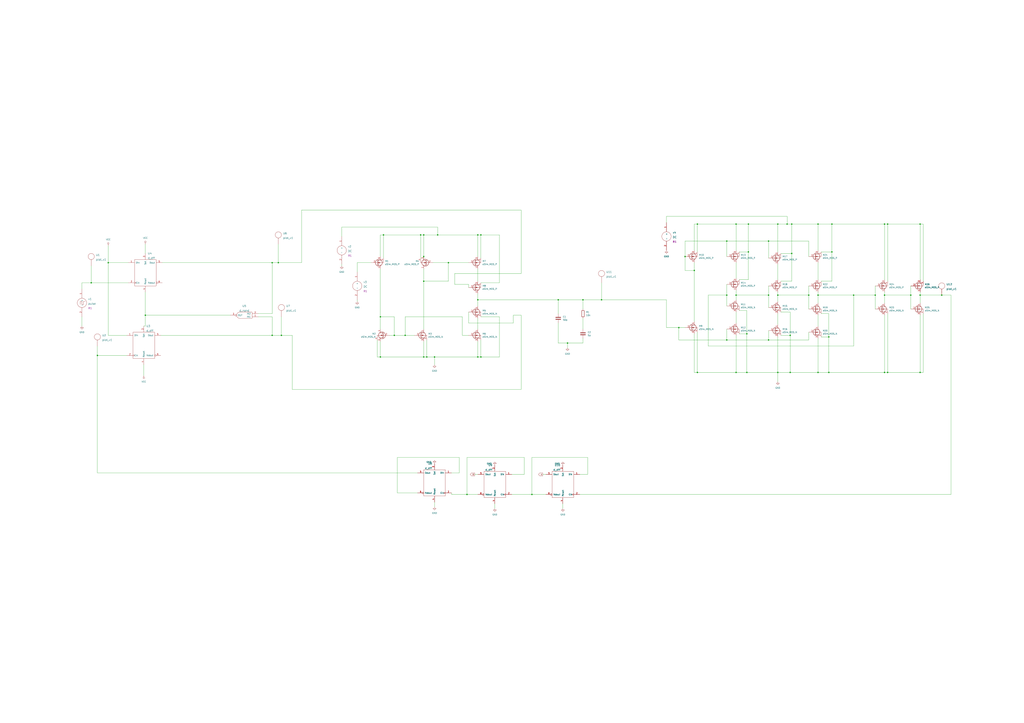
<source format=kicad_sch>
(kicad_sch (version 20211123) (generator eeschema)
  (paper "A1")
  (lib_symbols
    (symbol "eSim_Devices:capacitor" (pin_numbers hide) (pin_names (offset 0.254))
      (property "Reference" "C" (at 0.635 2.54 0))
      (property "Value" "capacitor" (at 0.635 -2.54 0))
      (symbol "capacitor_0_1"
        (polyline (pts (xy -2.032 -0.762) (xy 2.032 -0.762)) (stroke (width 0.508)))
        (polyline (pts (xy -2.032 0.762) (xy 2.032 0.762)) (stroke (width 0.508)))
      )
      (symbol "capacitor_1_1"
        (pin passive line (at 0 3.81 270) (length 2.794) (name "~") (number "1"))
        (pin passive line (at 0 -3.81 90) (length 2.794) (name "~") (number "2"))
      )
    )
    (symbol "eSim_Devices:eSim_MOS_N" (pin_names (offset 0) hide)
      (property "Reference" "M" (at 0 -3.81 0))
      (property "Value" "eSim_MOS_N" (at 2.54 -1.27 0))
      (symbol "eSim_MOS_N_0_1"
        (polyline (pts (xy 3.302 -7.366) (xy 3.302 -6.35)) (stroke (width 0.254)))
        (polyline (pts (xy 3.302 -6.858) (xy 5.08 -6.858)))
        (polyline (pts (xy 3.302 -5.588) (xy 3.302 -4.572)) (stroke (width 0.254)))
        (polyline (pts (xy 3.302 -5.08) (xy 5.08 -5.08)))
        (polyline (pts (xy 3.302 -3.81) (xy 3.302 -2.794)) (stroke (width 0.254)))
        (polyline (pts (xy 3.302 -3.302) (xy 5.08 -3.302)))
        (polyline (pts (xy 5.08 -7.62) (xy 5.08 -6.858)))
        (polyline (pts (xy 5.08 -3.302) (xy 5.08 -2.54)))
        (polyline (pts (xy 2.794 -6.985) (xy 2.794 -3.175) (xy 2.794 -3.175)) (stroke (width 0.254)))
        (polyline (pts (xy 5.08 -5.08) (xy 7.62 -5.08) (xy 7.62 -6.35)))
        (polyline (pts (xy 3.556 -5.08) (xy 4.572 -5.461) (xy 4.572 -4.699) (xy 3.556 -5.08)) (fill (type outline)))
        (circle (center 3.81 -5.08) (radius 2.8194) (stroke (width 0.254)))
      )
      (symbol "eSim_MOS_N_1_1"
        (pin passive line (at 5.08 0 270) (length 2.54) (name "D") (number "1"))
        (pin passive line (at -2.54 -5.08 0) (length 5.334) (name "G") (number "2"))
        (pin passive line (at 5.08 -10.16 90) (length 2.54) (name "S") (number "3"))
        (pin passive line (at 7.62 -8.89 90) (length 2.4892) (name "B") (number "4"))
      )
    )
    (symbol "eSim_Devices:eSim_MOS_P" (pin_names (offset 0) hide)
      (property "Reference" "M" (at -1.27 1.27 0))
      (property "Value" "eSim_MOS_P" (at 1.27 3.81 0))
      (symbol "eSim_MOS_P_0_1"
        (polyline (pts (xy 2.032 -1.778) (xy 3.81 -1.778)))
        (polyline (pts (xy 2.032 -1.27) (xy 2.032 -2.286)) (stroke (width 0.254)))
        (polyline (pts (xy 2.032 0) (xy 3.81 0)))
        (polyline (pts (xy 2.032 0.508) (xy 2.032 -0.508)) (stroke (width 0.254)))
        (polyline (pts (xy 2.032 1.778) (xy 3.81 1.778)))
        (polyline (pts (xy 2.032 2.286) (xy 2.032 1.27)) (stroke (width 0.254)))
        (polyline (pts (xy 3.81 -1.778) (xy 3.81 -2.54)))
        (polyline (pts (xy 3.81 2.54) (xy 3.81 1.778)))
        (polyline (pts (xy 1.524 1.905) (xy 1.524 -1.905) (xy 1.524 -1.905)) (stroke (width 0.254)))
        (polyline (pts (xy 3.81 0) (xy 6.35 0) (xy 6.35 -1.27)))
        (polyline (pts (xy 3.556 0) (xy 2.54 -0.381) (xy 2.54 0.381) (xy 3.556 0)) (fill (type outline)))
        (circle (center 2.54 0) (radius 2.8194) (stroke (width 0.254)))
      )
      (symbol "eSim_MOS_P_1_1"
        (pin passive line (at 3.81 5.08 270) (length 2.54) (name "D") (number "1"))
        (pin passive line (at -3.81 0 0) (length 5.334) (name "G") (number "2"))
        (pin passive line (at 3.81 -5.08 90) (length 2.54) (name "S") (number "3"))
        (pin passive line (at 6.35 -3.81 90) (length 2.54) (name "B") (number "4"))
      )
    )
    (symbol "eSim_Devices:resistor" (pin_numbers hide) (pin_names (offset 0))
      (property "Reference" "R" (at 1.27 3.302 0))
      (property "Value" "resistor" (at 1.27 -1.27 0))
      (symbol "resistor_0_1"
        (rectangle (start 3.81 0.254) (end -1.27 2.286) (stroke (width 0.254)))
      )
      (symbol "resistor_1_1"
        (pin passive line (at -2.54 1.27 0) (length 1.27) (name "~") (number "1"))
        (pin passive line (at 5.08 1.27 180) (length 1.27) (name "~") (number "2"))
      )
    )
    (symbol "eSim_Digital:d_dff" (pin_names (offset 1.016))
      (property "Reference" "U" (at 0 0 0))
      (property "Value" "d_dff" (at 0 3.81 0))
      (symbol "d_dff_0_1"
        (rectangle (start 8.89 11.43) (end -8.89 -10.16))
      )
      (symbol "d_dff_1_1"
        (pin input line (at -13.97 8.89 0) (length 5.08) (name "Din") (number "1"))
        (pin input clock (at -13.97 -7.62 0) (length 5.08) (name "Clk") (number "2"))
        (pin input line (at 0 16.51 270) (length 5.08) (name "Set") (number "3"))
        (pin input line (at 0 -15.24 90) (length 5.08) (name "Reset") (number "4"))
        (pin output line (at 13.97 8.89 180) (length 5.08) (name "Dout") (number "5"))
        (pin output inverted (at 13.97 -7.62 180) (length 5.08) (name "Ndout") (number "6"))
      )
    )
    (symbol "eSim_Digital:d_nand" (pin_names (offset 1.016))
      (property "Reference" "U" (at 0 0 0))
      (property "Value" "d_nand" (at 1.27 2.54 0))
      (symbol "d_nand_0_1"
        (polyline (pts (xy 3.81 -1.27) (xy -6.35 -1.27) (xy -6.35 3.81) (xy 3.81 3.81)))
        (arc (start 3.81 -1.27) (mid 5.5897 -0.5171) (end 6.35 1.27))
        (arc (start 6.35 1.27) (mid 5.5971 3.0497) (end 3.81 3.81))
      )
      (symbol "d_nand_1_1"
        (pin input line (at -11.43 2.54 0) (length 5.08) (name "IN1") (number "1"))
        (pin input line (at -11.43 0 0) (length 5.08) (name "IN2") (number "2"))
        (pin output inverted (at 11.43 1.27 180) (length 5.08) (name "OUT") (number "3"))
      )
    )
    (symbol "eSim_Plot:plot_v1" (pin_names (offset 1.016))
      (property "Reference" "U" (at 0 12.7 0))
      (property "Value" "plot_v1" (at 5.08 8.89 0))
      (symbol "plot_v1_0_1"
        (circle (center 0 12.7) (radius 2.54))
      )
      (symbol "plot_v1_1_1"
        (pin input line (at 0 5.08 90) (length 5.08) (name "~") (number "~"))
      )
    )
    (symbol "eSim_Power:eSim_GND" (power) (pin_names (offset 0))
      (property "Value" "eSim_GND" (at 0 -3.81 0))
      (symbol "eSim_GND_0_1"
        (polyline (pts (xy 0 0) (xy 0 -1.27) (xy 1.27 -1.27) (xy 0 -2.54) (xy -1.27 -1.27) (xy 0 -1.27)))
      )
      (symbol "eSim_GND_1_1"
        (pin power_in line (at 0 0 270) (length 0) hide (name "GND") (number "1"))
      )
    )
    (symbol "eSim_Power:eSim_VCC" (power) (pin_names (offset 0))
      (property "Value" "eSim_VCC" (at 0 3.81 0))
      (symbol "eSim_VCC_0_1"
        (polyline (pts (xy 0 0) (xy 0 1.27)))
        (circle (center 0 1.905) (radius 0.635))
      )
      (symbol "eSim_VCC_1_1"
        (pin power_in line (at 0 0 90) (length 0) hide (name "VCC") (number "1"))
      )
    )
    (symbol "eSim_Sources:DC" (pin_names (offset 1.016))
      (property "Reference" "v" (at -5.08 2.54 0))
      (property "Value" "DC" (at -5.08 -1.27 0))
      (property "Footprint" "R1" (at -7.62 0 0))
      (symbol "DC_0_1"
        (circle (center 0 0) (radius 3.81))
      )
      (symbol "DC_1_1"
        (pin power_out line (at 0 11.43 270) (length 7.62) (name "+") (number "1"))
        (pin power_out line (at 0 -11.43 90) (length 7.62) (name "-") (number "2"))
      )
    )
    (symbol "eSim_Sources:pulse" (pin_names (offset 1.016))
      (property "Reference" "v" (at -5.08 2.54 0))
      (property "Value" "pulse" (at -5.08 -1.27 0))
      (property "Footprint" "R1" (at -7.62 0 0))
      (symbol "pulse_0_1"
        (arc (start -1.27 1.27) (mid -1.3491 0) (end -1.27 -1.27))
        (arc (start 0 -1.27) (mid 0.635 -1.2876) (end 1.27 -1.27))
        (circle (center 0 0) (radius 3.81))
        (arc (start 0 1.27) (mid -0.635 1.2859) (end -1.27 1.27))
        (arc (start 0 1.27) (mid -0.0703 0) (end 0 -1.27))
        (arc (start 1.27 1.27) (mid 1.2124 0) (end 1.27 -1.27))
        (arc (start 1.27 1.27) (mid 1.905 1.2556) (end 2.54 1.27))
      )
      (symbol "pulse_1_1"
        (pin passive line (at 0 11.43 270) (length 7.62) (name "+") (number "1"))
        (pin passive line (at 0 -11.43 90) (length 7.62) (name "-") (number "2"))
      )
    )
  )
  (junction (at 88.9 215.9))
  (junction (at 648.97 306.07))
  (junction (at 726.44 306.07))
  (junction (at 755.65 306.07))
  (junction (at 347.98 193.04))
  (junction (at 345.44 193.04))
  (junction (at 614.68 207.01))
  (junction (at 614.68 184.15))
  (junction (at 80.01 292.1))
  (junction (at 312.42 293.37))
  (junction (at 680.72 276.86))
  (junction (at 671.83 306.07))
  (junction (at 314.96 193.04))
  (junction (at 671.83 184.15))
  (junction (at 436.88 406.4))
  (junction (at 356.87 293.37))
  (junction (at 350.52 293.37))
  (junction (at 458.47 246.38))
  (junction (at 613.41 306.07))
  (junction (at 347.98 210.82))
  (junction (at 478.79 246.38))
  (junction (at 347.98 231.14))
  (junction (at 671.83 242.57))
  (junction (at 683.26 184.15))
  (junction (at 466.09 281.94))
  (junction (at 683.26 207.01))
  (junction (at 74.93 232.41))
  (junction (at 392.43 193.04))
  (junction (at 650.24 208.28))
  (junction (at 604.52 242.57))
  (junction (at 748.03 242.57))
  (junction (at 604.52 184.15))
  (junction (at 638.81 184.15))
  (junction (at 392.43 293.37))
  (junction (at 664.21 242.57))
  (junction (at 726.44 184.15))
  (junction (at 557.53 269.24))
  (junction (at 638.81 242.57))
  (junction (at 223.52 275.59))
  (junction (at 718.82 242.57))
  (junction (at 631.19 279.4))
  (junction (at 368.3 215.9))
  (junction (at 596.9 279.4))
  (junction (at 596.9 242.57))
  (junction (at 755.65 184.15))
  (junction (at 613.41 274.32))
  (junction (at 228.6 215.9))
  (junction (at 323.85 275.59))
  (junction (at 392.43 246.38))
  (junction (at 383.54 406.4))
  (junction (at 570.23 222.25))
  (junction (at 347.98 293.37))
  (junction (at 646.43 184.15))
  (junction (at 332.74 275.59))
  (junction (at 680.72 306.07))
  (junction (at 572.77 306.07))
  (junction (at 562.61 210.82))
  (junction (at 359.41 193.04))
  (junction (at 604.52 306.07))
  (junction (at 231.14 275.59))
  (junction (at 223.52 215.9))
  (junction (at 728.98 184.15))
  (junction (at 394.97 193.04))
  (junction (at 701.04 242.57))
  (junction (at 648.97 275.59))
  (junction (at 638.81 306.07))
  (junction (at 631.19 198.12))
  (junction (at 494.03 246.38))
  (junction (at 726.44 242.57))
  (junction (at 312.42 260.35))
  (junction (at 650.24 184.15))
  (junction (at 755.65 242.57))
  (junction (at 773.43 242.57))
  (junction (at 596.9 198.12))
  (junction (at 631.19 242.57))
  (junction (at 119.38 259.08))
  (junction (at 394.97 293.37))
  (junction (at 728.98 306.07))
  (junction (at 572.77 184.15))
  (wire (pts (xy 638.81 257.81) (xy 638.81 266.7)))
  (wire (pts (xy 88.9 215.9) (xy 88.9 275.59)))
  (wire (pts (xy 664.21 198.12) (xy 664.21 210.82)))
  (wire (pts (xy 631.19 198.12) (xy 631.19 212.09)))
  (wire (pts (xy 755.65 242.57) (xy 773.43 242.57)))
  (wire (pts (xy 604.52 256.54) (xy 604.52 265.43)))
  (wire (pts (xy 436.88 406.4) (xy 420.37 406.4)))
  (wire (pts (xy 356.87 412.75) (xy 356.87 416.56)))
  (wire (pts (xy 755.65 259.08) (xy 755.65 306.07)))
  (wire (pts (xy 638.81 217.17) (xy 638.81 229.87)))
  (wire (pts (xy 359.41 186.69) (xy 359.41 193.04)))
  (wire (pts (xy 755.65 240.03) (xy 755.65 242.57)))
  (wire (pts (xy 557.53 279.4) (xy 596.9 279.4)))
  (wire (pts (xy 664.21 273.05) (xy 664.21 279.4)))
  (wire (pts (xy 410.21 232.41) (xy 410.21 193.04)))
  (wire (pts (xy 406.4 414.02) (xy 406.4 417.83)))
  (wire (pts (xy 332.74 275.59) (xy 332.74 260.35)))
  (wire (pts (xy 228.6 200.66) (xy 228.6 215.9)))
  (wire (pts (xy 572.77 306.07) (xy 604.52 306.07)))
  (wire (pts (xy 312.42 260.35) (xy 323.85 260.35)))
  (wire (pts (xy 280.67 186.69) (xy 359.41 186.69)))
  (wire (pts (xy 680.72 276.86) (xy 680.72 306.07)))
  (wire (pts (xy 631.19 279.4) (xy 664.21 279.4)))
  (wire (pts (xy 604.52 242.57) (xy 631.19 242.57)))
  (wire (pts (xy 674.37 257.81) (xy 680.72 257.81)))
  (wire (pts (xy 458.47 281.94) (xy 466.09 281.94)))
  (wire (pts (xy 478.79 281.94) (xy 478.79 278.13)))
  (wire (pts (xy 392.43 241.3) (xy 392.43 246.38)))
  (wire (pts (xy 212.09 257.81) (xy 223.52 257.81)))
  (wire (pts (xy 728.98 257.81) (xy 728.98 306.07)))
  (wire (pts (xy 458.47 246.38) (xy 458.47 257.81)))
  (wire (pts (xy 671.83 242.57) (xy 701.04 242.57)))
  (wire (pts (xy 427.99 224.79) (xy 427.99 172.72)))
  (wire (pts (xy 638.81 276.86) (xy 638.81 306.07)))
  (wire (pts (xy 392.43 293.37) (xy 394.97 293.37)))
  (wire (pts (xy 293.37 215.9) (xy 304.8 215.9)))
  (wire (pts (xy 421.64 265.43) (xy 421.64 259.08)))
  (wire (pts (xy 370.84 406.4) (xy 370.84 405.13)))
  (wire (pts (xy 476.25 389.89) (xy 482.6 389.89)))
  (wire (pts (xy 638.81 306.07) (xy 648.97 306.07)))
  (wire (pts (xy 494.03 232.41) (xy 494.03 246.38)))
  (wire (pts (xy 638.81 184.15) (xy 646.43 184.15)))
  (wire (pts (xy 392.43 389.89) (xy 389.89 389.89)))
  (wire (pts (xy 368.3 215.9) (xy 368.3 231.14)))
  (wire (pts (xy 80.01 284.48) (xy 80.01 292.1)))
  (wire (pts (xy 674.37 276.86) (xy 680.72 276.86)))
  (wire (pts (xy 347.98 293.37) (xy 350.52 293.37)))
  (wire (pts (xy 671.83 184.15) (xy 671.83 205.74)))
  (wire (pts (xy 671.83 242.57) (xy 671.83 248.92)))
  (wire (pts (xy 383.54 406.4) (xy 370.84 406.4)))
  (wire (pts (xy 347.98 231.14) (xy 368.3 231.14)))
  (wire (pts (xy 377.19 388.62) (xy 377.19 375.92)))
  (wire (pts (xy 604.52 242.57) (xy 604.52 246.38)))
  (wire (pts (xy 613.41 306.07) (xy 638.81 306.07)))
  (wire (pts (xy 347.98 280.67) (xy 347.98 293.37)))
  (wire (pts (xy 680.72 306.07) (xy 726.44 306.07)))
  (wire (pts (xy 638.81 184.15) (xy 638.81 207.01)))
  (wire (pts (xy 478.79 246.38) (xy 458.47 246.38)))
  (wire (pts (xy 641.35 208.28) (xy 650.24 208.28)))
  (wire (pts (xy 728.98 184.15) (xy 728.98 231.14)))
  (wire (pts (xy 631.19 198.12) (xy 664.21 198.12)))
  (wire (pts (xy 572.77 273.05) (xy 572.77 306.07)))
  (wire (pts (xy 726.44 240.03) (xy 726.44 242.57)))
  (wire (pts (xy 448.31 406.4) (xy 436.88 406.4)))
  (wire (pts (xy 562.61 210.82) (xy 562.61 222.25)))
  (wire (pts (xy 664.21 234.95) (xy 664.21 242.57)))
  (wire (pts (xy 280.67 217.17) (xy 280.67 218.44)))
  (wire (pts (xy 350.52 279.4) (xy 350.52 293.37)))
  (wire (pts (xy 755.65 242.57) (xy 755.65 248.92)))
  (wire (pts (xy 638.81 242.57) (xy 638.81 247.65)))
  (wire (pts (xy 377.19 375.92) (xy 326.39 375.92)))
  (wire (pts (xy 231.14 260.35) (xy 231.14 275.59)))
  (wire (pts (xy 410.21 260.35) (xy 410.21 293.37)))
  (wire (pts (xy 119.38 259.08) (xy 119.38 267.97)))
  (wire (pts (xy 604.52 275.59) (xy 604.52 306.07)))
  (wire (pts (xy 80.01 388.62) (xy 342.9 388.62)))
  (wire (pts (xy 604.52 238.76) (xy 604.52 242.57)))
  (wire (pts (xy 570.23 205.74) (xy 570.23 184.15)))
  (wire (pts (xy 392.43 261.62) (xy 392.43 270.51)))
  (wire (pts (xy 312.42 293.37) (xy 347.98 293.37)))
  (wire (pts (xy 648.97 306.07) (xy 671.83 306.07)))
  (wire (pts (xy 482.6 389.89) (xy 482.6 375.92)))
  (wire (pts (xy 596.9 233.68) (xy 596.9 242.57)))
  (wire (pts (xy 570.23 306.07) (xy 572.77 306.07)))
  (wire (pts (xy 373.38 233.68) (xy 373.38 224.79)))
  (wire (pts (xy 379.73 260.35) (xy 379.73 275.59)))
  (wire (pts (xy 384.81 256.54) (xy 384.81 265.43)))
  (wire (pts (xy 314.96 193.04) (xy 345.44 193.04)))
  (wire (pts (xy 384.81 233.68) (xy 384.81 236.22)))
  (wire (pts (xy 613.41 274.32) (xy 613.41 306.07)))
  (wire (pts (xy 614.68 229.87) (xy 614.68 207.01)))
  (wire (pts (xy 394.97 279.4) (xy 394.97 293.37)))
  (wire (pts (xy 683.26 231.14) (xy 683.26 207.01)))
  (wire (pts (xy 726.44 242.57) (xy 726.44 248.92)))
  (wire (pts (xy 650.24 184.15) (xy 671.83 184.15)))
  (wire (pts (xy 631.19 271.78) (xy 631.19 279.4)))
  (wire (pts (xy 392.43 406.4) (xy 383.54 406.4)))
  (wire (pts (xy 781.05 242.57) (xy 781.05 406.4)))
  (wire (pts (xy 726.44 259.08) (xy 726.44 306.07)))
  (wire (pts (xy 119.38 259.08) (xy 189.23 259.08)))
  (wire (pts (xy 458.47 265.43) (xy 458.47 281.94)))
  (wire (pts (xy 67.31 260.35) (xy 67.31 267.97)))
  (wire (pts (xy 638.81 240.03) (xy 638.81 242.57)))
  (wire (pts (xy 494.03 246.38) (xy 547.37 246.38)))
  (wire (pts (xy 671.83 259.08) (xy 671.83 267.97)))
  (wire (pts (xy 119.38 200.66) (xy 119.38 208.28)))
  (wire (pts (xy 726.44 242.57) (xy 748.03 242.57)))
  (wire (pts (xy 631.19 234.95) (xy 631.19 242.57)))
  (wire (pts (xy 570.23 222.25) (xy 570.23 264.16)))
  (wire (pts (xy 368.3 215.9) (xy 384.81 215.9)))
  (wire (pts (xy 392.43 220.98) (xy 392.43 231.14)))
  (wire (pts (xy 314.96 193.04) (xy 314.96 212.09)))
  (wire (pts (xy 420.37 389.89) (xy 430.53 389.89)))
  (wire (pts (xy 326.39 375.92) (xy 326.39 405.13)))
  (wire (pts (xy 88.9 201.93) (xy 88.9 215.9)))
  (wire (pts (xy 119.38 267.97) (xy 118.11 267.97)))
  (wire (pts (xy 701.04 284.48) (xy 581.66 284.48)))
  (wire (pts (xy 247.65 172.72) (xy 247.65 215.9)))
  (wire (pts (xy 547.37 182.88) (xy 547.37 177.8)))
  (wire (pts (xy 671.83 278.13) (xy 671.83 306.07)))
  (wire (pts (xy 613.41 255.27) (xy 613.41 274.32)))
  (wire (pts (xy 671.83 240.03) (xy 671.83 242.57)))
  (wire (pts (xy 430.53 389.89) (xy 430.53 375.92)))
  (wire (pts (xy 607.06 274.32) (xy 613.41 274.32)))
  (wire (pts (xy 394.97 193.04) (xy 410.21 193.04)))
  (wire (pts (xy 312.42 193.04) (xy 314.96 193.04)))
  (wire (pts (xy 347.98 210.82) (xy 347.98 193.04)))
  (wire (pts (xy 648.97 275.59) (xy 648.97 256.54)))
  (wire (pts (xy 572.77 184.15) (xy 604.52 184.15)))
  (wire (pts (xy 320.04 275.59) (xy 323.85 275.59)))
  (wire (pts (xy 646.43 184.15) (xy 650.24 184.15)))
  (wire (pts (xy 212.09 260.35) (xy 223.52 260.35)))
  (wire (pts (xy 74.93 232.41) (xy 105.41 232.41)))
  (wire (pts (xy 228.6 215.9) (xy 247.65 215.9)))
  (wire (pts (xy 392.43 193.04) (xy 392.43 210.82)))
  (wire (pts (xy 67.31 232.41) (xy 74.93 232.41)))
  (wire (pts (xy 562.61 210.82) (xy 562.61 198.12)))
  (wire (pts (xy 359.41 193.04) (xy 392.43 193.04)))
  (wire (pts (xy 701.04 242.57) (xy 701.04 284.48)))
  (wire (pts (xy 427.99 172.72) (xy 247.65 172.72)))
  (wire (pts (xy 373.38 224.79) (xy 427.99 224.79)))
  (wire (pts (xy 347.98 231.14) (xy 347.98 270.51)))
  (wire (pts (xy 701.04 242.57) (xy 718.82 242.57)))
  (wire (pts (xy 604.52 215.9) (xy 604.52 228.6)))
  (wire (pts (xy 293.37 246.38) (xy 293.37 247.65)))
  (wire (pts (xy 562.61 198.12) (xy 596.9 198.12)))
  (wire (pts (xy 392.43 293.37) (xy 392.43 280.67)))
  (wire (pts (xy 758.19 184.15) (xy 758.19 231.14)))
  (wire (pts (xy 67.31 237.49) (xy 67.31 232.41)))
  (wire (pts (xy 88.9 215.9) (xy 105.41 215.9)))
  (wire (pts (xy 641.35 275.59) (xy 648.97 275.59)))
  (wire (pts (xy 427.99 259.08) (xy 427.99 320.04)))
  (wire (pts (xy 607.06 229.87) (xy 614.68 229.87)))
  (wire (pts (xy 356.87 293.37) (xy 356.87 299.72)))
  (wire (pts (xy 394.97 260.35) (xy 410.21 260.35)))
  (wire (pts (xy 614.68 184.15) (xy 638.81 184.15)))
  (wire (pts (xy 312.42 260.35) (xy 312.42 270.51)))
  (wire (pts (xy 332.74 275.59) (xy 340.36 275.59)))
  (wire (pts (xy 650.24 208.28) (xy 650.24 231.14)))
  (wire (pts (xy 638.81 242.57) (xy 664.21 242.57)))
  (wire (pts (xy 293.37 223.52) (xy 293.37 215.9)))
  (wire (pts (xy 312.42 280.67) (xy 312.42 293.37)))
  (wire (pts (xy 88.9 275.59) (xy 104.14 275.59)))
  (wire (pts (xy 646.43 177.8) (xy 646.43 184.15)))
  (wire (pts (xy 562.61 222.25) (xy 570.23 222.25)))
  (wire (pts (xy 557.53 269.24) (xy 562.61 269.24)))
  (wire (pts (xy 347.98 220.98) (xy 347.98 231.14)))
  (wire (pts (xy 648.97 275.59) (xy 648.97 306.07)))
  (wire (pts (xy 394.97 232.41) (xy 410.21 232.41)))
  (wire (pts (xy 383.54 375.92) (xy 383.54 406.4)))
  (wire (pts (xy 683.26 207.01) (xy 683.26 184.15)))
  (wire (pts (xy 379.73 275.59) (xy 384.81 275.59)))
  (wire (pts (xy 758.19 306.07) (xy 758.19 257.81)))
  (wire (pts (xy 355.6 215.9) (xy 368.3 215.9)))
  (wire (pts (xy 671.83 306.07) (xy 680.72 306.07)))
  (wire (pts (xy 596.9 270.51) (xy 596.9 279.4)))
  (wire (pts (xy 547.37 269.24) (xy 557.53 269.24)))
  (wire (pts (xy 394.97 293.37) (xy 410.21 293.37)))
  (wire (pts (xy 596.9 242.57) (xy 596.9 251.46)))
  (wire (pts (xy 671.83 184.15) (xy 683.26 184.15)))
  (wire (pts (xy 240.03 275.59) (xy 231.14 275.59)))
  (wire (pts (xy 392.43 246.38) (xy 392.43 251.46)))
  (wire (pts (xy 557.53 269.24) (xy 557.53 279.4)))
  (wire (pts (xy 478.79 246.38) (xy 494.03 246.38)))
  (wire (pts (xy 345.44 193.04) (xy 345.44 212.09)))
  (wire (pts (xy 680.72 257.81) (xy 680.72 276.86)))
  (wire (pts (xy 596.9 198.12) (xy 631.19 198.12)))
  (wire (pts (xy 119.38 240.03) (xy 119.38 259.08)))
  (wire (pts (xy 570.23 274.32) (xy 570.23 306.07)))
  (wire (pts (xy 572.77 184.15) (xy 572.77 207.01)))
  (wire (pts (xy 394.97 212.09) (xy 394.97 193.04)))
  (wire (pts (xy 547.37 246.38) (xy 547.37 269.24)))
  (wire (pts (xy 638.81 306.07) (xy 638.81 313.69)))
  (wire (pts (xy 370.84 388.62) (xy 377.19 388.62)))
  (wire (pts (xy 462.28 414.02) (xy 462.28 417.83)))
  (wire (pts (xy 436.88 375.92) (xy 436.88 406.4)))
  (wire (pts (xy 476.25 406.4) (xy 781.05 406.4)))
  (wire (pts (xy 570.23 215.9) (xy 570.23 222.25)))
  (wire (pts (xy 604.52 184.15) (xy 604.52 205.74)))
  (wire (pts (xy 458.47 246.38) (xy 392.43 246.38)))
  (wire (pts (xy 664.21 242.57) (xy 664.21 254)))
  (wire (pts (xy 332.74 260.35) (xy 379.73 260.35)))
  (wire (pts (xy 607.06 207.01) (xy 614.68 207.01)))
  (wire (pts (xy 74.93 218.44) (xy 74.93 232.41)))
  (wire (pts (xy 604.52 184.15) (xy 614.68 184.15)))
  (wire (pts (xy 482.6 375.92) (xy 436.88 375.92)))
  (wire (pts (xy 133.35 215.9) (xy 223.52 215.9)))
  (wire (pts (xy 718.82 234.95) (xy 718.82 242.57)))
  (wire (pts (xy 748.03 234.95) (xy 748.03 242.57)))
  (wire (pts (xy 223.52 275.59) (xy 231.14 275.59)))
  (wire (pts (xy 596.9 198.12) (xy 596.9 210.82)))
  (wire (pts (xy 223.52 215.9) (xy 228.6 215.9)))
  (wire (pts (xy 614.68 184.15) (xy 614.68 207.01)))
  (wire (pts (xy 478.79 261.62) (xy 478.79 270.51)))
  (wire (pts (xy 773.43 242.57) (xy 781.05 242.57)))
  (wire (pts (xy 356.87 293.37) (xy 392.43 293.37)))
  (wire (pts (xy 466.09 281.94) (xy 466.09 285.75)))
  (wire (pts (xy 280.67 194.31) (xy 280.67 186.69)))
  (wire (pts (xy 323.85 275.59) (xy 332.74 275.59)))
  (wire (pts (xy 373.38 233.68) (xy 384.81 233.68)))
  (wire (pts (xy 683.26 184.15) (xy 726.44 184.15)))
  (wire (pts (xy 240.03 320.04) (xy 427.99 320.04)))
  (wire (pts (xy 309.88 279.4) (xy 309.88 293.37)))
  (wire (pts (xy 755.65 184.15) (xy 758.19 184.15)))
  (wire (pts (xy 728.98 184.15) (xy 755.65 184.15)))
  (wire (pts (xy 118.11 299.72) (xy 118.11 308.61)))
  (wire (pts (xy 596.9 279.4) (xy 631.19 279.4)))
  (wire (pts (xy 323.85 260.35) (xy 323.85 275.59)))
  (wire (pts (xy 309.88 293.37) (xy 312.42 293.37)))
  (wire (pts (xy 683.26 207.01) (xy 674.37 207.01)))
  (wire (pts (xy 650.24 184.15) (xy 650.24 208.28)))
  (wire (pts (xy 350.52 293.37) (xy 356.87 293.37)))
  (wire (pts (xy 312.42 220.98) (xy 312.42 260.35)))
  (wire (pts (xy 547.37 177.8) (xy 646.43 177.8)))
  (wire (pts (xy 448.31 389.89) (xy 445.77 389.89)))
  (wire (pts (xy 223.52 257.81) (xy 223.52 215.9)))
  (wire (pts (xy 728.98 306.07) (xy 755.65 306.07)))
  (wire (pts (xy 312.42 210.82) (xy 312.42 193.04)))
  (wire (pts (xy 748.03 242.57) (xy 748.03 254)))
  (wire (pts (xy 430.53 375.92) (xy 383.54 375.92)))
  (wire (pts (xy 392.43 193.04) (xy 394.97 193.04)))
  (wire (pts (xy 80.01 292.1) (xy 104.14 292.1)))
  (wire (pts (xy 345.44 193.04) (xy 347.98 193.04)))
  (wire (pts (xy 726.44 229.87) (xy 726.44 184.15)))
  (wire (pts (xy 478.79 246.38) (xy 478.79 254)))
  (wire (pts (xy 342.9 405.13) (xy 326.39 405.13)))
  (wire (pts (xy 648.97 256.54) (xy 641.35 256.54)))
  (wire (pts (xy 631.19 242.57) (xy 631.19 252.73)))
  (wire (pts (xy 674.37 231.14) (xy 683.26 231.14)))
  (wire (pts (xy 347.98 212.09) (xy 347.98 210.82)))
  (wire (pts (xy 671.83 215.9) (xy 671.83 229.87)))
  (wire (pts (xy 466.09 281.94) (xy 478.79 281.94)))
  (wire (pts (xy 607.06 255.27) (xy 613.41 255.27)))
  (wire (pts (xy 604.52 306.07) (xy 613.41 306.07)))
  (wire (pts (xy 421.64 259.08) (xy 427.99 259.08)))
  (wire (pts (xy 223.52 260.35) (xy 223.52 275.59)))
  (wire (pts (xy 726.44 306.07) (xy 728.98 306.07)))
  (wire (pts (xy 581.66 242.57) (xy 596.9 242.57)))
  (wire (pts (xy 80.01 292.1) (xy 80.01 388.62)))
  (wire (pts (xy 755.65 306.07) (xy 758.19 306.07)))
  (wire (pts (xy 347.98 193.04) (xy 359.41 193.04)))
  (wire (pts (xy 726.44 184.15) (xy 728.98 184.15)))
  (wire (pts (xy 581.66 242.57) (xy 581.66 284.48)))
  (wire (pts (xy 650.24 231.14) (xy 641.35 231.14)))
  (wire (pts (xy 384.81 265.43) (xy 421.64 265.43)))
  (wire (pts (xy 240.03 320.04) (xy 240.03 275.59)))
  (wire (pts (xy 570.23 184.15) (xy 572.77 184.15)))
  (wire (pts (xy 132.08 275.59) (xy 223.52 275.59)))
  (wire (pts (xy 718.82 242.57) (xy 718.82 254)))
  (wire (pts (xy 755.65 184.15) (xy 755.65 229.87)))
  (global_label "A" (shape output) (at 445.77 389.89 180) (property "Intersheet References" "${INTERSHEET_REFS}" (effects hide)))
  (global_label "B" (shape output) (at 389.89 389.89 180) (property "Intersheet References" "${INTERSHEET_REFS}" (effects hide)))
  (symbol (lib_id "eSim_Power:eSim_GND") (at 466.09 285.75 0) (unit 1)
    (property "Reference" "#PWR014" (effects hide))
    (property "Value" "eSim_GND" (at 466.09 290.83 0))
  )
  (symbol (lib_id "eSim_Plot:plot_v1") (at 80.01 289.56 0) (unit 1)
    (property "Reference" "U2" (at 83.82 275.59 0) (effects (font (size 1.524 1.524)) (justify left)))
    (property "Value" "plot_v1" (at 83.82 279.4 0) (effects (font (size 1.524 1.524)) (justify left)))
  )
  (symbol (lib_id "eSim_Devices:eSim_MOS_P") (at 668.02 234.95 0) (mirror x) (unit 1)
    (property "Reference" "M22" (at 675.64 233.6799 0) (effects (justify left)))
    (property "Value" "eSim_MOS_P" (at 675.64 236.2199 0) (effects (justify left)))
  )
  (symbol (lib_id "eSim_Devices:eSim_MOS_N") (at 342.9 270.51 0) (unit 1)
    (property "Reference" "M3" (at 351.79 274.3199 0) (effects (justify left)))
    (property "Value" "eSim_MOS_N" (at 351.79 276.8599 0) (effects (justify left)))
  )
  (symbol (lib_id "eSim_Sources:pulse") (at 67.31 248.92 0) (unit 1)
    (property "Reference" "v1" (at 72.39 245.745 0) (effects (font (size 1.524 1.524)) (justify left)))
    (property "Value" "pulse" (at 72.39 249.555 0) (effects (font (size 1.524 1.524)) (justify left)))
    (property "Footprint" "R1" (at 72.39 253.365 0) (effects (font (size 1.524 1.524)) (justify left)))
  )
  (symbol (lib_id "eSim_Power:eSim_GND") (at 67.31 267.97 0) (unit 1)
    (property "Reference" "#PWR01" (effects hide))
    (property "Value" "eSim_GND" (at 67.31 273.05 0))
  )
  (symbol (lib_id "eSim_Digital:d_dff") (at 462.28 398.78 0) (mirror y) (unit 1)
    (property "Reference" "U10" (at 460.2606 382.27 0) (effects (font (size 1.524 1.524)) (justify left)))
    (property "Value" "d_dff" (at 460.2606 386.08 0) (effects (font (size 1.524 1.524)) (justify left)))
  )
  (symbol (lib_id "eSim_Digital:d_dff") (at 356.87 397.51 0) (mirror y) (unit 1)
    (property "Reference" "U8" (at 354.8506 381 0) (effects (font (size 1.524 1.524)) (justify left)))
    (property "Value" "d_dff" (at 354.8506 384.81 0) (effects (font (size 1.524 1.524)) (justify left)))
  )
  (symbol (lib_id "eSim_Devices:eSim_MOS_P") (at 600.71 210.82 0) (mirror x) (unit 1)
    (property "Reference" "M13" (at 608.33 209.5499 0) (effects (justify left)))
    (property "Value" "eSim_MOS_P" (at 608.33 212.0899 0) (effects (justify left)))
  )
  (symbol (lib_id "eSim_Devices:eSim_MOS_P") (at 351.79 215.9 180) (unit 1)
    (property "Reference" "M4" (at 344.17 214.6299 0) (effects (justify left)))
    (property "Value" "eSim_MOS_P" (at 344.17 217.1699 0) (effects (justify left)))
  )
  (symbol (lib_id "eSim_Plot:plot_v1") (at 494.03 237.49 0) (unit 1)
    (property "Reference" "U11" (at 497.84 223.52 0) (effects (font (size 1.524 1.524)) (justify left)))
    (property "Value" "plot_v1" (at 497.84 227.33 0) (effects (font (size 1.524 1.524)) (justify left)))
  )
  (symbol (lib_id "eSim_Power:eSim_GND") (at 462.28 382.27 0) (mirror x) (unit 1)
    (property "Reference" "#PWR012" (effects hide))
    (property "Value" "eSim_GND" (at 459.74 380.9999 0) (effects (justify right)))
  )
  (symbol (lib_id "eSim_Power:eSim_GND") (at 356.87 416.56 0) (mirror y) (unit 1)
    (property "Reference" "#PWR09" (effects hide))
    (property "Value" "eSim_GND" (at 356.87 421.64 0))
  )
  (symbol (lib_id "eSim_Devices:eSim_MOS_P") (at 635 212.09 0) (mirror x) (unit 1)
    (property "Reference" "M17" (at 642.62 210.8199 0) (effects (justify left)))
    (property "Value" "eSim_MOS_P" (at 642.62 213.3599 0) (effects (justify left)))
  )
  (symbol (lib_id "eSim_Devices:eSim_MOS_P") (at 388.62 236.22 0) (mirror x) (unit 1)
    (property "Reference" "M8" (at 396.24 234.9499 0) (effects (justify left)))
    (property "Value" "eSim_MOS_P" (at 396.24 237.4899 0) (effects (justify left)))
  )
  (symbol (lib_id "eSim_Devices:eSim_MOS_N") (at 387.35 251.46 0) (unit 1)
    (property "Reference" "M5" (at 396.24 255.2699 0) (effects (justify left)))
    (property "Value" "eSim_MOS_N" (at 396.24 257.8099 0) (effects (justify left)))
  )
  (symbol (lib_id "eSim_Devices:eSim_MOS_N") (at 317.5 270.51 0) (mirror y) (unit 1)
    (property "Reference" "M2" (at 308.61 274.3199 0) (effects (justify left)))
    (property "Value" "eSim_MOS_N" (at 308.61 276.8599 0) (effects (justify left)))
  )
  (symbol (lib_id "eSim_Sources:DC") (at 293.37 234.95 0) (unit 1)
    (property "Reference" "v3" (at 298.45 231.775 0) (effects (font (size 1.524 1.524)) (justify left)))
    (property "Value" "DC" (at 298.45 235.585 0) (effects (font (size 1.524 1.524)) (justify left)))
    (property "Footprint" "R1" (at 298.45 239.395 0) (effects (font (size 1.524 1.524)) (justify left)))
  )
  (symbol (lib_id "eSim_Power:eSim_VCC") (at 88.9 201.93 0) (unit 1)
    (property "Reference" "#PWR02" (effects hide))
    (property "Value" "eSim_VCC" (at 88.9 196.85 0))
  )
  (symbol (lib_id "eSim_Power:eSim_GND") (at 638.81 313.69 0) (unit 1)
    (property "Reference" "#PWR016" (effects hide))
    (property "Value" "eSim_GND" (at 638.81 318.77 0))
  )
  (symbol (lib_id "eSim_Power:eSim_GND") (at 547.37 205.74 0) (unit 1)
    (property "Reference" "#PWR015" (effects hide))
    (property "Value" "eSim_GND" (at 547.37 210.82 0))
  )
  (symbol (lib_id "eSim_Digital:d_dff") (at 406.4 398.78 0) (mirror y) (unit 1)
    (property "Reference" "U9" (at 404.3806 382.27 0) (effects (font (size 1.524 1.524)) (justify left)))
    (property "Value" "d_dff" (at 404.3806 386.08 0) (effects (font (size 1.524 1.524)) (justify left)))
  )
  (symbol (lib_id "eSim_Power:eSim_GND") (at 406.4 382.27 0) (mirror x) (unit 1)
    (property "Reference" "#PWR010" (effects hide))
    (property "Value" "eSim_GND" (at 403.86 380.9999 0) (effects (justify right)))
  )
  (symbol (lib_id "eSim_Plot:plot_v1") (at 74.93 223.52 0) (unit 1)
    (property "Reference" "U1" (at 78.74 209.55 0) (effects (font (size 1.524 1.524)) (justify left)))
    (property "Value" "plot_v1" (at 78.74 213.36 0) (effects (font (size 1.524 1.524)) (justify left)))
  )
  (symbol (lib_id "eSim_Devices:capacitor") (at 478.79 274.32 0) (unit 1)
    (property "Reference" "C2" (at 482.6 273.0499 0) (effects (justify left)))
    (property "Value" "5p" (at 482.6 275.5899 0) (effects (justify left)))
  )
  (symbol (lib_id "eSim_Devices:eSim_MOS_N") (at 666.75 267.97 0) (unit 1)
    (property "Reference" "M20" (at 675.64 271.7799 0) (effects (justify left)))
    (property "Value" "eSim_MOS_N" (at 675.64 274.3199 0) (effects (justify left)))
  )
  (symbol (lib_id "eSim_Devices:eSim_MOS_P") (at 722.63 234.95 0) (mirror x) (unit 1)
    (property "Reference" "M24" (at 730.25 233.6799 0) (effects (justify left)))
    (property "Value" "eSim_MOS_P" (at 730.25 236.2199 0) (effects (justify left)))
  )
  (symbol (lib_id "eSim_Devices:eSim_MOS_P") (at 600.71 233.68 0) (mirror x) (unit 1)
    (property "Reference" "M14" (at 608.33 232.4099 0) (effects (justify left)))
    (property "Value" "eSim_MOS_P" (at 608.33 234.9499 0) (effects (justify left)))
  )
  (symbol (lib_id "eSim_Digital:d_dff") (at 119.38 224.79 0) (unit 1)
    (property "Reference" "U4" (at 121.3994 208.28 0) (effects (font (size 1.524 1.524)) (justify left)))
    (property "Value" "d_dff" (at 121.3994 212.09 0) (effects (font (size 1.524 1.524)) (justify left)))
  )
  (symbol (lib_id "eSim_Power:eSim_GND") (at 356.87 381 0) (mirror x) (unit 1)
    (property "Reference" "#PWR08" (effects hide))
    (property "Value" "eSim_GND" (at 354.33 379.7299 0) (effects (justify right)))
  )
  (symbol (lib_id "eSim_Plot:plot_v1") (at 228.6 205.74 0) (unit 1)
    (property "Reference" "U6" (at 232.41 191.77 0) (effects (font (size 1.524 1.524)) (justify left)))
    (property "Value" "plot_v1" (at 232.41 195.58 0) (effects (font (size 1.524 1.524)) (justify left)))
  )
  (symbol (lib_id "eSim_Devices:eSim_MOS_N") (at 750.57 248.92 0) (unit 1)
    (property "Reference" "M25" (at 759.46 252.7299 0) (effects (justify left)))
    (property "Value" "eSim_MOS_N" (at 759.46 255.2699 0) (effects (justify left)))
  )
  (symbol (lib_id "eSim_Sources:DC") (at 280.67 205.74 0) (unit 1)
    (property "Reference" "v2" (at 285.75 202.565 0) (effects (font (size 1.524 1.524)) (justify left)))
    (property "Value" "DC" (at 285.75 206.375 0) (effects (font (size 1.524 1.524)) (justify left)))
    (property "Footprint" "R1" (at 285.75 210.185 0) (effects (font (size 1.524 1.524)) (justify left)))
  )
  (symbol (lib_id "eSim_Devices:eSim_MOS_N") (at 633.73 266.7 0) (unit 1)
    (property "Reference" "M16" (at 642.62 270.5099 0) (effects (justify left)))
    (property "Value" "eSim_MOS_N" (at 642.62 273.0499 0) (effects (justify left)))
  )
  (symbol (lib_id "eSim_Devices:eSim_MOS_N") (at 599.44 246.38 0) (unit 1)
    (property "Reference" "M11" (at 608.33 250.1899 0) (effects (justify left)))
    (property "Value" "eSim_MOS_N" (at 608.33 252.7299 0) (effects (justify left)))
  )
  (symbol (lib_id "eSim_Devices:eSim_MOS_N") (at 633.73 247.65 0) (unit 1)
    (property "Reference" "M15" (at 642.62 251.4599 0) (effects (justify left)))
    (property "Value" "eSim_MOS_N" (at 642.62 253.9999 0) (effects (justify left)))
  )
  (symbol (lib_id "eSim_Devices:eSim_MOS_P") (at 308.61 215.9 0) (mirror x) (unit 1)
    (property "Reference" "M1" (at 316.23 214.6299 0) (effects (justify left)))
    (property "Value" "eSim_MOS_P" (at 316.23 217.1699 0) (effects (justify left)))
  )
  (symbol (lib_id "eSim_Devices:eSim_MOS_P") (at 566.42 210.82 0) (mirror x) (unit 1)
    (property "Reference" "M10" (at 574.04 209.5499 0) (effects (justify left)))
    (property "Value" "eSim_MOS_P" (at 574.04 212.0899 0) (effects (justify left)))
  )
  (symbol (lib_id "eSim_Digital:d_nand") (at 200.66 257.81 180) (unit 1)
    (property "Reference" "U5" (at 200.66 251.46 0) (effects (font (size 1.524 1.524))))
    (property "Value" "d_nand" (at 200.66 255.27 0) (effects (font (size 1.524 1.524))))
  )
  (symbol (lib_id "eSim_Power:eSim_GND") (at 462.28 417.83 0) (mirror y) (unit 1)
    (property "Reference" "#PWR013" (effects hide))
    (property "Value" "eSim_GND" (at 462.28 422.91 0))
  )
  (symbol (lib_id "eSim_Devices:eSim_MOS_P") (at 751.84 234.95 0) (mirror x) (unit 1)
    (property "Reference" "M26" (at 759.46 233.6799 0) (effects (justify left)))
    (property "Value" "eSim_MOS_P" (at 759.46 236.2199 0) (effects (justify left)))
  )
  (symbol (lib_id "eSim_Digital:d_dff") (at 118.11 284.48 0) (unit 1)
    (property "Reference" "U3" (at 120.1294 267.97 0) (effects (font (size 1.524 1.524)) (justify left)))
    (property "Value" "d_dff" (at 120.1294 271.78 0) (effects (font (size 1.524 1.524)) (justify left)))
  )
  (symbol (lib_id "eSim_Devices:eSim_MOS_N") (at 387.35 270.51 0) (unit 1)
    (property "Reference" "M6" (at 396.24 274.3199 0) (effects (justify left)))
    (property "Value" "eSim_MOS_N" (at 396.24 276.8599 0) (effects (justify left)))
  )
  (symbol (lib_id "eSim_Plot:plot_v1") (at 231.14 265.43 0) (unit 1)
    (property "Reference" "U7" (at 234.95 251.46 0) (effects (font (size 1.524 1.524)) (justify left)))
    (property "Value" "plot_v1" (at 234.95 255.27 0) (effects (font (size 1.524 1.524)) (justify left)))
  )
  (symbol (lib_id "eSim_Power:eSim_VCC") (at 119.38 200.66 0) (unit 1)
    (property "Reference" "#PWR04" (effects hide))
    (property "Value" "eSim_VCC" (at 119.38 195.58 0))
  )
  (symbol (lib_id "eSim_Devices:eSim_MOS_P") (at 388.62 215.9 0) (mirror x) (unit 1)
    (property "Reference" "M7" (at 396.24 214.6299 0) (effects (justify left)))
    (property "Value" "eSim_MOS_P" (at 396.24 217.1699 0) (effects (justify left)))
  )
  (symbol (lib_id "eSim_Plot:plot_v1") (at 773.43 247.65 0) (unit 1)
    (property "Reference" "U12" (at 777.24 233.68 0) (effects (font (size 1.524 1.524)) (justify left)))
    (property "Value" "plot_v1" (at 777.24 237.49 0) (effects (font (size 1.524 1.524)) (justify left)))
  )
  (symbol (lib_id "eSim_Sources:DC") (at 547.37 194.31 0) (unit 1)
    (property "Reference" "v4" (at 552.45 191.135 0) (effects (font (size 1.524 1.524)) (justify left)))
    (property "Value" "DC" (at 552.45 194.945 0) (effects (font (size 1.524 1.524)) (justify left)))
    (property "Footprint" "R1" (at 552.45 198.755 0) (effects (font (size 1.524 1.524)) (justify left)))
  )
  (symbol (lib_id "eSim_Power:eSim_GND") (at 293.37 247.65 0) (unit 1)
    (property "Reference" "#PWR06" (effects hide))
    (property "Value" "eSim_GND" (at 293.37 252.73 0))
  )
  (symbol (lib_id "eSim_Power:eSim_VCC") (at 118.11 308.61 180) (unit 1)
    (property "Reference" "#PWR03" (effects hide))
    (property "Value" "eSim_VCC" (at 118.11 313.69 0))
  )
  (symbol (lib_id "eSim_Devices:resistor") (at 480.06 259.08 90) (unit 1)
    (property "Reference" "R1" (at 481.33 256.5399 90) (effects (justify right)))
    (property "Value" "10k" (at 481.33 259.0799 90) (effects (justify right)))
  )
  (symbol (lib_id "eSim_Devices:eSim_MOS_P") (at 635 234.95 0) (mirror x) (unit 1)
    (property "Reference" "M18" (at 642.62 233.6799 0) (effects (justify left)))
    (property "Value" "eSim_MOS_P" (at 642.62 236.2199 0) (effects (justify left)))
  )
  (symbol (lib_id "eSim_Power:eSim_GND") (at 406.4 417.83 0) (mirror y) (unit 1)
    (property "Reference" "#PWR011" (effects hide))
    (property "Value" "eSim_GND" (at 406.4 422.91 0))
  )
  (symbol (lib_id "eSim_Devices:eSim_MOS_N") (at 565.15 264.16 0) (unit 1)
    (property "Reference" "M9" (at 574.04 267.9699 0) (effects (justify left)))
    (property "Value" "eSim_MOS_N" (at 574.04 270.5099 0) (effects (justify left)))
  )
  (symbol (lib_id "eSim_Power:eSim_GND") (at 356.87 299.72 0) (unit 1)
    (property "Reference" "#PWR07" (effects hide))
    (property "Value" "eSim_GND" (at 356.87 304.8 0))
  )
  (symbol (lib_id "eSim_Devices:eSim_MOS_N") (at 599.44 265.43 0) (unit 1)
    (property "Reference" "M12" (at 608.33 269.2399 0) (effects (justify left)))
    (property "Value" "eSim_MOS_N" (at 608.33 271.7799 0) (effects (justify left)))
  )
  (symbol (lib_id "eSim_Power:eSim_GND") (at 280.67 218.44 0) (unit 1)
    (property "Reference" "#PWR05" (effects hide))
    (property "Value" "eSim_GND" (at 280.67 223.52 0))
  )
  (symbol (lib_id "eSim_Devices:eSim_MOS_N") (at 721.36 248.92 0) (unit 1)
    (property "Reference" "M23" (at 730.25 252.7299 0) (effects (justify left)))
    (property "Value" "eSim_MOS_N" (at 730.25 255.2699 0) (effects (justify left)))
  )
  (symbol (lib_id "eSim_Devices:eSim_MOS_P") (at 668.02 210.82 0) (mirror x) (unit 1)
    (property "Reference" "M21" (at 675.64 209.5499 0) (effects (justify left)))
    (property "Value" "eSim_MOS_P" (at 675.64 212.0899 0) (effects (justify left)))
  )
  (symbol (lib_id "eSim_Devices:capacitor") (at 458.47 261.62 0) (unit 1)
    (property "Reference" "C1" (at 462.28 260.3499 0) (effects (justify left)))
    (property "Value" "50p" (at 462.28 262.8899 0) (effects (justify left)))
  )
  (symbol (lib_id "eSim_Devices:eSim_MOS_N") (at 666.75 248.92 0) (unit 1)
    (property "Reference" "M19" (at 675.64 252.7299 0) (effects (justify left)))
    (property "Value" "eSim_MOS_N" (at 675.64 255.2699 0) (effects (justify left)))
  )
)
</source>
